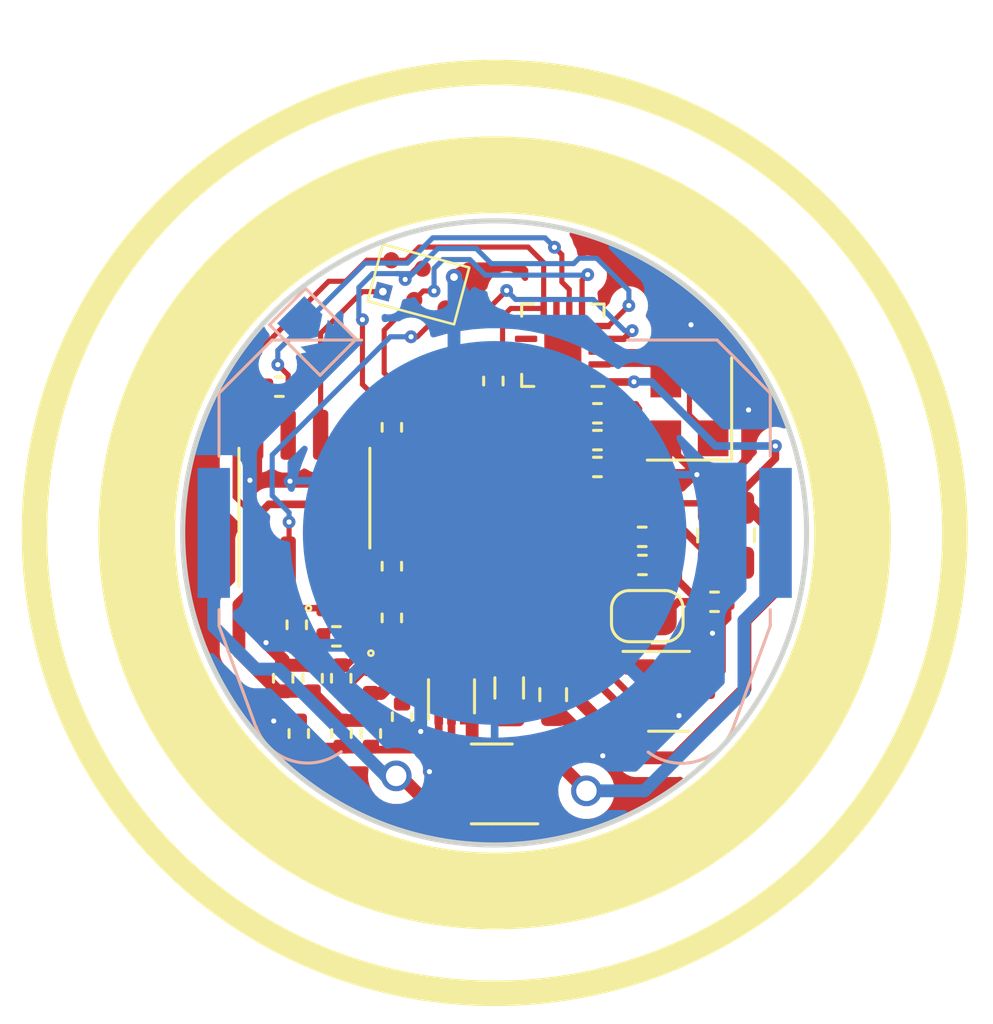
<source format=kicad_pcb>
(kicad_pcb (version 20240108) (generator "pcbnew") (generator_version "8.0")
  (layers (0 "F.Cu" signal) (31 "B.Cu" signal) (34 "B.Paste" user) (35 "F.Paste" user) (36 "B.SilkS" user "B.Silkscreen") (37 "F.SilkS" user "F.Silkscreen") (38 "B.Mask" user) (39 "F.Mask" user) (44 "Edge.Cuts" user))
  (net 0 "")
  (net 1 "Net-(BT1-+)")
  (net 2 "GND")
  (net 3 "Net-(BZ1-+)")
  (net 4 "+3V3")
  (net 5 "/~{TX_EN}")
  (net 6 "Net-(C7-Pad1)")
  (net 7 "Net-(U3-FB)")
  (net 8 "Net-(D1-K)")
  (net 9 "Net-(D1-A)")
  (net 10 "/MCU_UPDI")
  (net 11 "/MCU_SDA")
  (net 12 "/MCU_SCL")
  (net 13 "/MCU_DAC0")
  (net 14 "Net-(U3-SW)")
  (net 15 "Net-(Q1-D)")
  (net 16 "Net-(Q1-G)")
  (net 17 "Net-(U2-XA)")
  (net 18 "Net-(U2-XB)")
  (net 21 "Net-(D2-OUT)")
  (net 22 "Net-(D3-K)")
  (net 24 "/CLK3")
  (net 25 "/CLK3_T")
  (footprint "Inductor_SMD:L_1008_2520Metric" (layer "F.Cu") (at 84.67 104.01 90)
    (property "Reference" "L1" (hide yes))
    (property "Value" "220uH")
    (pad "1" smd roundrect (at -1.075002 0.000001 90) (size 1.25 2.2) (layers "F.Cu" "F.Paste" "F.Mask") (roundrect_rratio 0.2) (net 6 "Net-(C7-Pad1)"))
    (pad "2" smd roundrect (at 1.075002 -0.000001 90) (size 1.25 2.2) (layers "F.Cu" "F.Paste" "F.Mask") (roundrect_rratio 0.2) (net 4 "+3V3"))
  )
  (footprint "Library:Case_CR2032" (layer "F.Cu") (at 75.62 103.916925)
    (property "Reference" "U4" (hide yes))
    (property "Value" "~" (hide yes))
  )
  (footprint "Resistor_SMD:R_0402_1005Metric" (layer "F.Cu") (at 69.43 107.96)
    (property "Reference" "R6" (hide yes))
    (property "Value" "10")
    (pad "1" smd roundrect (at -0.51 -0.000001) (size 0.54 0.64) (layers "F.Cu" "F.Paste" "F.Mask") (net 9 "Net-(D1-A)"))
    (pad "2" smd roundrect (at 0.51 0.000001) (size 0.54 0.64) (layers "F.Cu" "F.Paste" "F.Mask") (net 16 "Net-(Q1-G)"))
  )
  (footprint "Resistor_SMD:R_0402_1005Metric" (layer "F.Cu") (at 71.6 107.24 -90)
    (property "Reference" "R7" (hide yes))
    (property "Value" "1M")
    (pad "1" smd roundrect (at -0.509998 -0.000002 270) (size 0.54 0.64) (layers "F.Cu" "F.Paste" "F.Mask") (net 16 "Net-(Q1-G)"))
    (pad "2" smd roundrect (at 0.509998 0.000002 270) (size 0.54 0.64) (layers "F.Cu" "F.Paste" "F.Mask") (net 2 "GND"))
  )
  (footprint "Resistor_SMD:R_0402_1005Metric" (layer "F.Cu") (at 71.6 99.79 90)
    (property "Reference" "R2" (hide yes))
    (property "Value" "1k8")
    (pad "1" smd roundrect (at -0.51 -0.000001 90) (size 0.54 0.64) (layers "F.Cu" "F.Paste" "F.Mask") (net 4 "+3V3"))
    (pad "2" smd roundrect (at 0.51 0.000001 90) (size 0.54 0.64) (layers "F.Cu" "F.Paste" "F.Mask") (net 12 "/MCU_SCL"))
  )
  (footprint "Resistor_SMD:R_0402_1005Metric" (layer "F.Cu") (at 67.349999 109.6 90)
    (property "Reference" "C1" (hide yes))
    (property "Value" "100nF")
    (pad "1" smd roundrect (at -0.51 0 90) (size 0.54 0.64) (layers "F.Cu" "F.Paste" "F.Mask") (net 4 "+3V3"))
    (pad "2" smd roundrect (at 0.51 0 90) (size 0.54 0.64) (layers "F.Cu" "F.Paste" "F.Mask") (net 2 "GND"))
  )
  (footprint "Package_TO_SOT_SMD:SOT-23-3" (layer "F.Cu") (at 82.44 110.11)
    (property "Reference" "Q1" (hide yes))
    (property "Value" "MMUN2238LT1G")
    (pad "1" smd roundrect (at -1.1375 -0.95) (size 1.325 0.6) (layers "F.Cu" "F.Paste" "F.Mask") (net 15 "Net-(Q1-D)"))
    (pad "2" smd roundrect (at -1.1375 0.95) (size 1.325 0.6) (layers "F.Cu" "F.Paste" "F.Mask") (net 2 "GND"))
    (pad "3" smd roundrect (at 1.1375 0) (size 1.325 0.6) (layers "F.Cu" "F.Paste" "F.Mask") (net 16 "Net-(Q1-G)"))
  )
  (footprint "Package_TO_SOT_SMD:SOT-563" (layer "F.Cu") (at 73.933476 110.305557 90)
    (property "Reference" "U3" (hide yes))
    (property "Value" "TLV62568DRL")
    (pad "1" smd rect (at -0.750001 -0.5 90) (size 0.7 0.34) (layers "F.Cu" "F.Paste" "F.Mask") (net 7 "Net-(U3-FB)"))
    (pad "2" smd rect (at -0.75 0 90) (size 0.7 0.34) (layers "F.Cu" "F.Paste" "F.Mask") (net 2 "GND"))
    (pad "3" smd rect (at -0.75 0.5 90) (size 0.7 0.34) (layers "F.Cu" "F.Paste" "F.Mask") (net 21 "Net-(D2-OUT)"))
    (pad "4" smd rect (at 0.750001 0.5 90) (size 0.7 0.34) (layers "F.Cu" "F.Paste" "F.Mask") (net 14 "Net-(U3-SW)"))
    (pad "5" smd rect (at 0.75 0 90) (size 0.7 0.34) (layers "F.Cu" "F.Paste" "F.Mask") (net 21 "Net-(D2-OUT)"))
    (pad "6" smd rect (at 0.75 -0.5 90) (size 0.7 0.34) (layers "F.Cu" "F.Paste" "F.Mask"))
  )
  (footprint "Resistor_SMD:R_0402_1005Metric" (layer "F.Cu") (at 75.57 97.98 -90)
    (property "Reference" "R3" (hide yes))
    (property "Value" "0R")
    (pad "1" smd roundrect (at -0.51 -0.000001 270) (size 0.54 0.64) (layers "F.Cu" "F.Paste" "F.Mask") (net 25 "/CLK3_T"))
    (pad "2" smd roundrect (at 0.51 0.000001 270) (size 0.54 0.64) (layers "F.Cu" "F.Paste" "F.Mask") (net 24 "/CLK3"))
  )
  (footprint "Jumper:SolderJumper-2_P1.3mm_Open_RoundedPad1.0x1.5mm" (layer "F.Cu") (at 81.59 107.17 180)
    (property "Reference" "BZ1" (hide yes))
    (property "Value" "Buzzer Pads")
    (pad "1" smd custom (at -0.65 0 180) (size 1 0.5) (layers "F.Cu" "F.Mask") (net 3 "Net-(BZ1-+)") (options (clearance outline) (anchor rect)) (primitives (gr_circle (center 0 0.25) (end 0.5 0.25) (width 0) (fill yes)) (gr_circle (center 0 -0.25) (end 0.5 -0.25) (width 0) (fill yes)) (gr_poly (pts (xy 0.5 0.75) (xy 0 0.75) (xy 0 -0.75) (xy 0.5 -0.75)) (width 0) (fill yes))))
    (pad "2" smd custom (at 0.65 0 180) (size 1 0.5) (layers "F.Cu" "F.Mask") (net 2 "GND") (options (clearance outline) (anchor rect)) (primitives (gr_circle (center 0 0.25) (end 0.5 0.25) (width 0) (fill yes)) (gr_circle (center 0 -0.25) (end 0.5 -0.25) (width 0) (fill yes)) (gr_poly (pts (xy 0 0.75) (xy -0.5 0.75) (xy -0.5 -0.75) (xy 0 -0.75)) (width 0) (fill yes))))
  )
  (footprint "Resistor_SMD:R_0402_1005Metric" (layer "F.Cu") (at 70.779999 111.76 -90)
    (property "Reference" "C8" (hide yes))
    (property "Value" "10pF")
    (pad "1" smd roundrect (at -0.509998 0.000002 270) (size 0.54 0.64) (layers "F.Cu" "F.Paste" "F.Mask") (net 4 "+3V3"))
    (pad "2" smd roundrect (at 0.509998 -0.000002 270) (size 0.54 0.64) (layers "F.Cu" "F.Paste" "F.Mask") (net 7 "Net-(U3-FB)"))
  )
  (footprint "Package_SO:SOIC-8_3.9x4.9mm_P1.27mm" (layer "F.Cu") (at 68.18 102.556925 90)
    (property "Reference" "U1" (hide yes))
    (property "Value" "ATtiny412-SS")
    (pad "1" smd roundrect (at -2.475 -1.905 90) (size 1.95 0.6) (layers "F.Cu" "F.Paste" "F.Mask") (net 4 "+3V3"))
    (pad "2" smd roundrect (at -2.475 -0.635 90) (size 1.95 0.6) (layers "F.Cu" "F.Paste" "F.Mask") (net 13 "/MCU_DAC0"))
    (pad "3" smd roundrect (at -2.475 0.635 90) (size 1.95 0.6) (layers "F.Cu" "F.Paste" "F.Mask") (net 9 "Net-(D1-A)"))
    (pad "4" smd roundrect (at -2.475 1.905 90) (size 1.95 0.6) (layers "F.Cu" "F.Paste" "F.Mask") (net 11 "/MCU_SDA"))
    (pad "5" smd roundrect (at 2.475 1.905 90) (size 1.95 0.6) (layers "F.Cu" "F.Paste" "F.Mask") (net 12 "/MCU_SCL"))
    (pad "6" smd roundrect (at 2.475 0.635 90) (size 1.95 0.6) (layers "F.Cu" "F.Paste" "F.Mask") (net 10 "/MCU_UPDI"))
    (pad "7" smd roundrect (at 2.475 -0.635 90) (size 1.95 0.6) (layers "F.Cu" "F.Paste" "F.Mask") (net 5 "/~{TX_EN}"))
    (pad "8" smd roundrect (at 2.475 -1.905 90) (size 1.95 0.6) (layers "F.Cu" "F.Paste" "F.Mask") (net 2 "GND"))
  )
  (footprint "Resistor_SMD:R_0402_1005Metric" (layer "F.Cu") (at 67.96 111.76 90)
    (property "Reference" "R10" (hide yes))
    (property "Value" "22k")
    (pad "1" smd roundrect (at -0.51 -0.000001 90) (size 0.54 0.64) (layers "F.Cu" "F.Paste" "F.Mask") (net 7 "Net-(U3-FB)"))
    (pad "2" smd roundrect (at 0.51 0.000001 90) (size 0.54 0.64) (layers "F.Cu" "F.Paste" "F.Mask") (net 2 "GND"))
  )
  (footprint "LED_SMD:LED_0402_1005Metric" (layer "F.Cu") (at 69.43 106.86)
    (property "Reference" "D1" (hide yes))
    (property "Value" "RED")
    (pad "1" smd roundrect (at -0.484998 0) (size 0.59 0.64) (layers "F.Cu" "F.Paste" "F.Mask") (net 8 "Net-(D1-K)"))
    (pad "2" smd roundrect (at 0.484998 0) (size 0.59 0.64) (layers "F.Cu" "F.Paste" "F.Mask") (net 9 "Net-(D1-A)"))
  )
  (footprint "Library:RF_Solder_Pad" (layer "F.Cu") (at 75.62 103.916925)
    (property "Reference" "J2" (hide yes))
    (property "Value" "Conn_Coaxial")
    (pad "1" smd circle (at 0 0) (size 4 4) (layers "F.Cu" "F.Paste" "F.Mask") (net 24 "/CLK3"))
  )
  (footprint "Resistor_SMD:R_0402_1005Metric" (layer "F.Cu") (at 67.2 98.199999)
    (property "Reference" "C6" (hide yes))
    (property "Value" "100nF")
    (pad "1" smd roundrect (at -0.51 -0.000001) (size 0.54 0.64) (layers "F.Cu" "F.Paste" "F.Mask") (net 2 "GND"))
    (pad "2" smd roundrect (at 0.51 0.000001) (size 0.54 0.64) (layers "F.Cu" "F.Paste" "F.Mask") (net 5 "/~{TX_EN}"))
  )
  (footprint "Resistor_SMD:R_0402_1005Metric" (layer "F.Cu") (at 71.6 105.22 -90)
    (property "Reference" "R1" (hide yes))
    (property "Value" "1k8")
    (pad "1" smd roundrect (at -0.51 0 270) (size 0.54 0.64) (layers "F.Cu" "F.Paste" "F.Mask") (net 4 "+3V3"))
    (pad "2" smd roundrect (at 0.51 0 270) (size 0.54 0.64) (layers "F.Cu" "F.Paste" "F.Mask") (net 11 "/MCU_SDA"))
  )
  (footprint "Resistor_SMD:R_0402_1005Metric" (layer "F.Cu") (at 69.619999 109.6 90)
    (property "Reference" "R11" (hide yes))
    (property "Value" "100")
    (pad "1" smd roundrect (at -0.51 -0.000001 90) (size 0.54 0.64) (layers "F.Cu" "F.Paste" "F.Mask") (net 22 "Net-(D3-K)"))
    (pad "2" smd roundrect (at 0.51 0.000001 90) (size 0.54 0.64) (layers "F.Cu" "F.Paste" "F.Mask") (net 2 "GND"))
  )
  (footprint "Resistor_SMD:R_0402_1005Metric" (layer "F.Cu") (at 79.639999 101.339996 180)
    (property "Reference" "C3" (hide yes))
    (property "Value" "100nF")
    (pad "1" smd roundrect (at -0.509998 -0.000002 180) (size 0.54 0.64) (layers "F.Cu" "F.Paste" "F.Mask") (net 4 "+3V3"))
    (pad "2" smd roundrect (at 0.509998 0.000002 180) (size 0.54 0.64) (layers "F.Cu" "F.Paste" "F.Mask") (net 2 "GND"))
  )
  (footprint "Library:Crystal_SMD_Kyocera_CX3225SB-4Pin_3.2x2.5mm" (layer "F.Cu") (at 83.24 99.069999 90)
    (property "Reference" "Y1" (hide yes))
    (property "Value" "25MHz")
    (pad "1" smd rect (at -1.15 0.925 90) (size 1.4 1.2) (layers "F.Cu" "F.Paste" "F.Mask") (net 18 "Net-(U2-XB)"))
    (pad "2" smd rect (at 1.149999 0.924999 90) (size 1.4 1.2) (layers "F.Cu" "F.Paste" "F.Mask") (net 2 "GND"))
    (pad "3" smd rect (at 1.15 -0.925 90) (size 1.4 1.2) (layers "F.Cu" "F.Paste" "F.Mask") (net 17 "Net-(U2-XA)"))
    (pad "4" smd rect (at -1.149999 -0.924999 90) (size 1.4 1.2) (layers "F.Cu" "F.Paste" "F.Mask") (net 2 "GND"))
  )
  (footprint "Resistor_SMD:R_0402_1005Metric" (layer "F.Cu") (at 81.390001 104.069998)
    (property "Reference" "C7" (hide yes))
    (property "Value" "100nF")
    (pad "1" smd roundrect (at -0.51 -0.000001) (size 0.54 0.64) (layers "F.Cu" "F.Paste" "F.Mask") (net 6 "Net-(C7-Pad1)"))
    (pad "2" smd roundrect (at 0.51 0.000001) (size 0.54 0.64) (layers "F.Cu" "F.Paste" "F.Mask") (net 3 "Net-(BZ1-+)"))
  )
  (footprint "Resistor_SMD:R_0402_1005Metric" (layer "F.Cu") (at 79.64 99.239996 180)
    (property "Reference" "C5" (hide yes))
    (property "Value" "10uF")
    (pad "1" smd roundrect (at -0.509998 -0.000002 180) (size 0.54 0.64) (layers "F.Cu" "F.Paste" "F.Mask") (net 4 "+3V3"))
    (pad "2" smd roundrect (at 0.509998 0.000002 180) (size 0.54 0.64) (layers "F.Cu" "F.Paste" "F.Mask") (net 2 "GND"))
  )
  (footprint "LED_SMD:LED_0402_1005Metric" (layer "F.Cu") (at 70.78 109.707497 -90)
    (property "Reference" "D3" (hide yes))
    (property "Value" "RED")
    (pad "1" smd roundrect (at -0.484998 0 270) (size 0.59 0.64) (layers "F.Cu" "F.Paste" "F.Mask") (net 22 "Net-(D3-K)"))
    (pad "2" smd roundrect (at 0.484998 0 270) (size 0.59 0.64) (layers "F.Cu" "F.Paste" "F.Mask") (net 4 "+3V3"))
  )
  (footprint "Package_DFN_QFN:QFN-16-1EP_3x3mm_P0.5mm_EP1.45x1.45mm" (layer "F.Cu") (at 78.287502 96.579998 180)
    (property "Reference" "U2" (hide yes))
    (property "Value" "Si5351B-B-GM1")
    (pad "1" smd roundrect (at -1.4375 -0.750002 180) (size 0.875 0.25) (layers "F.Cu" "F.Paste" "F.Mask") (net 17 "Net-(U2-XA)"))
    (pad "2" smd roundrect (at -1.4375 -0.249999 180) (size 0.875 0.25) (layers "F.Cu" "F.Paste" "F.Mask") (net 18 "Net-(U2-XB)"))
    (pad "3" smd roundrect (at -1.4375 0.249999 180) (size 0.875 0.25) (layers "F.Cu" "F.Paste" "F.Mask") (net 13 "/MCU_DAC0"))
    (pad "4" smd roundrect (at -1.437499 0.750001 180) (size 0.875 0.25) (layers "F.Cu" "F.Paste" "F.Mask") (net 12 "/MCU_SCL"))
    (pad "5" smd roundrect (at -0.750002 1.4375 180) (size 0.25 0.875) (layers "F.Cu" "F.Paste" "F.Mask") (net 11 "/MCU_SDA"))
    (pad "6" smd roundrect (at -0.249999 1.4375 180) (size 0.25 0.875) (layers "F.Cu" "F.Paste" "F.Mask") (net 5 "/~{TX_EN}"))
    (pad "7" smd roundrect (at 0.249999 1.4375 180) (size 0.25 0.875) (layers "F.Cu" "F.Paste" "F.Mask"))
    (pad "8" smd roundrect (at 0.750001 1.437499 180) (size 0.25 0.875) (layers "F.Cu" "F.Paste" "F.Mask") (net 4 "+3V3"))
    (pad "9" smd roundrect (at 1.4375 0.750002 180) (size 0.875 0.25) (layers "F.Cu" "F.Paste" "F.Mask") (net 4 "+3V3"))
    (pad "10" smd roundrect (at 1.4375 0.249999 180) (size 0.875 0.25) (layers "F.Cu" "F.Paste" "F.Mask"))
    (pad "11" smd roundrect (at 1.4375 -0.249999 180) (size 0.875 0.25) (layers "F.Cu" "F.Paste" "F.Mask") (net 4 "+3V3"))
    (pad "12" smd roundrect (at 1.437499 -0.750001 180) (size 0.875 0.25) (layers "F.Cu" "F.Paste" "F.Mask") (net 25 "/CLK3_T"))
    (pad "13" smd roundrect (at 0.750002 -1.4375 180) (size 0.25 0.875) (layers "F.Cu" "F.Paste" "F.Mask"))
    (pad "14" smd roundrect (at 0.249999 -1.4375 180) (size 0.25 0.875) (layers "F.Cu" "F.Paste" "F.Mask") (net 4 "+3V3"))
    (pad "15" smd roundrect (at -0.249999 -1.4375 180) (size 0.25 0.875) (layers "F.Cu" "F.Paste" "F.Mask") (net 2 "GND"))
    (pad "16" smd roundrect (at -0.750001 -1.437499 180) (size 0.25 0.875) (layers "F.Cu" "F.Paste" "F.Mask") (net 4 "+3V3"))
    (pad "17" smd rect (at 0 0 180) (size 1.45 1.45) (layers "F.Cu" "F.Mask"))
  )
  (footprint "Resistor_SMD:R_0402_1005Metric" (layer "F.Cu") (at 72 111.1 -90)
    (property "Reference" "C10" (hide yes))
    (property "Value" "10uF")
    (pad "1" smd roundrect (at -0.509999 0.000002 270) (size 0.54 0.64) (layers "F.Cu" "F.Paste" "F.Mask") (net 21 "Net-(D2-OUT)"))
    (pad "2" smd roundrect (at 0.509999 -0.000002 270) (size 0.54 0.64) (layers "F.Cu" "F.Paste" "F.Mask") (net 2 "GND"))
  )
  (footprint "Resistor_SMD:R_0402_1005Metric" (layer "F.Cu") (at 79.639998 100.29 180)
    (property "Reference" "C4" (hide yes))
    (property "Value" "100nF")
    (pad "1" smd roundrect (at -0.509998 -0.000002 180) (size 0.54 0.64) (layers "F.Cu" "F.Paste" "F.Mask") (net 4 "+3V3"))
    (pad "2" smd roundrect (at 0.509998 0.000002 180) (size 0.54 0.64) (layers "F.Cu" "F.Paste" "F.Mask") (net 2 "GND"))
  )
  (footprint "Resistor_SMD:R_0603_1608Metric" (layer "F.Cu") (at 77.91 110.24 -90)
    (property "Reference" "C9" (hide yes))
    (property "Value" "22uF")
    (pad "1" smd roundrect (at -0.825 0 270) (size 0.8 0.95) (layers "F.Cu" "F.Paste" "F.Mask") (net 4 "+3V3"))
    (pad "2" smd roundrect (at 0.825 0 270) (size 0.8 0.95) (layers "F.Cu" "F.Paste" "F.Mask") (net 2 "GND"))
  )
  (footprint "Resistor_SMD:R_0402_1005Metric" (layer "F.Cu") (at 81.399999 105.17 180)
    (property "Reference" "R5" (hide yes))
    (property "Value" "10")
    (pad "1" smd roundrect (at -0.51 -0.000001 180) (size 0.54 0.64) (layers "F.Cu" "F.Paste" "F.Mask") (net 15 "Net-(Q1-D)"))
    (pad "2" smd roundrect (at 0.51 0.000001 180) (size 0.54 0.64) (layers "F.Cu" "F.Paste" "F.Mask") (net 6 "Net-(C7-Pad1)"))
  )
  (footprint "Resistor_SMD:R_0402_1005Metric" (layer "F.Cu") (at 84.22 106.61)
    (property "Reference" "R4" (hide yes))
    (property "Value" "10k")
    (pad "1" smd roundrect (at -0.51 -0.000001) (size 0.54 0.64) (layers "F.Cu" "F.Paste" "F.Mask") (net 3 "Net-(BZ1-+)"))
    (pad "2" smd roundrect (at 0.51 0.000001) (size 0.54 0.64) (layers "F.Cu" "F.Paste" "F.Mask") (net 2 "GND"))
  )
  (footprint "Resistor_SMD:R_0402_1005Metric" (layer "F.Cu") (at 67.88 107.51 -90)
    (property "Reference" "R8" (hide yes))
    (property "Value" "100")
    (pad "1" smd roundrect (at -0.51 -0.000001 270) (size 0.54 0.64) (layers "F.Cu" "F.Paste" "F.Mask") (net 8 "Net-(D1-K)"))
    (pad "2" smd roundrect (at 0.51 0.000001 270) (size 0.54 0.64) (layers "F.Cu" "F.Paste" "F.Mask") (net 2 "GND"))
  )
  (footprint "Package_TO_SOT_SMD:SOT-23-3" (layer "F.Cu") (at 75.5075 113.73 180)
    (property "Reference" "D2" (hide yes))
    (property "Value" "LS0504EVT233")
    (pad "1" smd roundrect (at -1.1375 -0.95 180) (size 1.325 0.6) (layers "F.Cu" "F.Paste" "F.Mask") (net 2 "GND"))
    (pad "2" smd roundrect (at -1.1375 0.95 180) (size 1.325 0.6) (layers "F.Cu" "F.Paste" "F.Mask") (net 1 "Net-(BT1-+)"))
    (pad "3" smd roundrect (at 1.1375 0 180) (size 1.325 0.6) (layers "F.Cu" "F.Paste" "F.Mask") (net 21 "Net-(D2-OUT)"))
  )
  (footprint "Resistor_SMD:R_0402_1005Metric" (layer "F.Cu") (at 68.499999 109.6 90)
    (property "Reference" "C2" (hide yes))
    (property "Value" "10uF")
    (pad "1" smd roundrect (at -0.51 0 90) (size 0.54 0.64) (layers "F.Cu" "F.Paste" "F.Mask") (net 4 "+3V3"))
    (pad "2" smd roundrect (at 0.51 0 90) (size 0.54 0.64) (layers "F.Cu" "F.Paste" "F.Mask") (net 2 "GND"))
  )
  (footprint "Resistor_SMD:R_0402_1005Metric" (layer "F.Cu") (at 69.63 111.76 -90)
    (property "Reference" "R9" (hide yes))
    (property "Value" "120k")
    (pad "1" smd roundrect (at -0.509998 0.000002 270) (size 0.54 0.64) (layers "F.Cu" "F.Paste" "F.Mask") (net 4 "+3V3"))
    (pad "2" smd roundrect (at 0.509998 -0.000002 270) (size 0.54 0.64) (layers "F.Cu" "F.Paste" "F.Mask") (net 7 "Net-(U3-FB)"))
  )
  (footprint "Library:2x3_1.27mm_Pogo_Header" (layer "F.Cu") (at 72.64 94.2 75)
    (property "Reference" "J1" (hide yes))
    (property "Value" "1.27mm Pogo Pads")
    (pad "1" thru_hole rect (at -0.635 -1.27 345) (size 0.635 0.635) (drill 0.3) (layers "*.Cu" "*.Mask") (net 10 "/MCU_UPDI"))
    (pad "2" smd circle (at 0.635001 -1.27 345) (size 0.635 0.635) (layers "F.Cu" "F.Paste" "F.Mask") (net 4 "+3V3"))
    (pad "3" smd circle (at -0.635 0.000001 345) (size 0.635 0.635) (layers "F.Cu" "F.Paste" "F.Mask") (net 11 "/MCU_SDA"))
    (pad "4" smd circle (at 0.635 -0.000002 345) (size 0.635 0.635) (layers "F.Cu" "F.Paste" "F.Mask") (net 12 "/MCU_SCL"))
    (pad "5" smd circle (at -0.634999 1.270003 345) (size 0.635 0.635) (layers "F.Cu" "F.Paste" "F.Mask") (net 13 "/MCU_DAC0"))
    (pad "6" thru_hole circle (at 0.635 1.270001 345) (size 0.635 0.635) (drill 0.3) (layers "*.Cu" "*.Mask") (net 2 "GND"))
  )
  (footprint "Inductor_SMD:L_0805_2012Metric" (layer "F.Cu") (at 76.19 109.9775 90)
    (property "Reference" "L2" (hide yes))
    (property "Value" "4.7uH")
    (pad "1" smd roundrect (at -1.0625 0 90) (size 0.875 1.2) (layers "F.Cu" "F.Paste" "F.Mask") (net 14 "Net-(U3-SW)"))
    (pad "2" smd roundrect (at 1.0625 0 90) (size 0.875 1.2) (layers "F.Cu" "F.Paste" "F.Mask") (net 4 "+3V3"))
  )
  (footprint "Battery:BatteryHolder_Keystone_3034_1x20mm" (layer "B.Cu") (at 75.62 103.916925 180)
    (property "Reference" "BT1" (hide yes))
    (property "Value" "CR2032" (hide yes))
    (pad "1" smd rect (at -10.985 0 180) (size 1.27 5.08) (layers "B.Cu" "B.Paste" "B.Mask") (net 1 "Net-(BT1-+)"))
    (pad "1" smd rect (at 10.985 0 180) (size 1.27 5.08) (layers "B.Cu" "B.Paste" "B.Mask") (net 1 "Net-(BT1-+)"))
    (pad "2" smd circle (at 0 0 180) (size 15 15) (layers "B.Cu" "B.Mask") (net 2 "GND"))
  )
  (footprint "Jumper:SolderJumper-2_P1.3mm_Open_TrianglePad1.0x1.5mm" (layer "B.Cu") (at 68.51 96.06 -45)
    (property "Reference" "JP1" (hide yes))
    (property "Value" "Jumper_2_Open" (hide yes))
    (pad "1" smd custom (at -0.724999 0 315) (size 0.3 0.3) (layers "B.Cu" "B.Mask") (net 5 "/~{TX_EN}") (options (clearance outline) (anchor rect)) (primitives (gr_poly (pts (xy 1 0) (xy 0.5 -0.75) (xy -0.5 -0.75) (xy -0.5 0.75) (xy 0.5 0.75)) (width 0) (fill yes))))
    (pad "2" smd custom (at 0.724999 0 315) (size 0.3 0.3) (layers "B.Cu" "B.Mask") (net 2 "GND") (options (clearance outline) (anchor rect)) (primitives (gr_poly (pts (xy 0.5 -0.75) (xy -0.65 -0.75) (xy -0.15 0) (xy -0.65 0.75) (xy 0.5 0.75)) (width 0) (fill yes))))
  )
  (gr_circle (center 75.62 103.916925) (end 87.82 103.916925) (stroke (width 0.2)) (fill none) (layer "Edge.Cuts"))
  (segment (start 71.92529 113.41529) (end 73.110906 114.600906) (width 0.5) (layer "F.Cu") (net 1))
  (segment (start 75.539845 112.768878) (end 76.645 112.779999) (width 0.5) (layer "F.Cu") (net 1))
  (segment (start 77.99 112.78) (end 76.645 112.78) (width 0.5) (layer "F.Cu") (net 1))
  (segment (start 75.502745 114.600906) (end 75.502745 112.805978) (width 0.5) (layer "F.Cu") (net 1))
  (segment (start 73.110906 114.600906) (end 75.502745 114.600906) (width 0.5) (layer "F.Cu") (net 1))
  (segment (start 71.768561 113.41529) (end 71.92529 113.41529) (width 0.5) (layer "F.Cu") (net 1))
  (segment (start 79.21 114) (end 77.99 112.78) (width 0.5) (layer "F.Cu") (net 1))
  (segment (start 75.502745 112.805978) (end 75.539845 112.768878) (width 0.5) (layer "F.Cu") (net 1))
  (via (at 79.21 114) (size 1.2) (drill 0.8) (layers "F.Cu" "B.Cu") (net 1))
  (via (at 71.768561 113.41529) (size 1.2) (drill 0.8) (layers "F.Cu" "B.Cu") (net 1))
  (segment (start 85.37 110.11) (end 85.37 107.34) (width 0.5) (layer "B.Cu") (net 1))
  (segment (start 79.21 114) (end 81.48 114) (width 0.5) (layer "B.Cu") (net 1))
  (segment (start 66.29 109.24) (end 64.635 107.585) (width 0.5) (layer "B.Cu") (net 1))
  (segment (start 86.605 106.105) (end 86.605 103.916925) (width 0.5) (layer "B.Cu") (net 1))
  (segment (start 85.37 107.34) (end 86.605 106.105) (width 0.5) (layer "B.Cu") (net 1))
  (segment (start 71.35529 113.41529) (end 67.18 109.24) (width 0.5) (layer "B.Cu") (net 1))
  (segment (start 64.635 107.585) (end 64.635 103.916925) (width 0.5) (layer "B.Cu") (net 1))
  (segment (start 81.48 114) (end 85.37 110.11) (width 0.5) (layer "B.Cu") (net 1))
  (segment (start 67.18 109.24) (end 66.29 109.24) (width 0.5) (layer "B.Cu") (net 1))
  (segment (start 71.768561 113.41529) (end 71.35529 113.41529) (width 0.5) (layer "B.Cu") (net 1))
  (segment (start 78.285 111.065) (end 79.85 112.63) (width 0.5) (layer "F.Cu") (net 2))
  (segment (start 84.87 101.64) (end 85.55 100.96) (width 0.3) (layer "F.Cu") (net 2))
  (segment (start 83.53 101.64) (end 84.87 101.64) (width 0.3) (layer "F.Cu") (net 2))
  (segment (start 72.73 111.68) (end 72.659999 111.609999) (width 0.2) (layer "F.Cu") (net 2))
  (segment (start 84.73 107.25) (end 84.73 106.610001) (width 0.3) (layer "F.Cu") (net 2))
  (segment (start 74.88 94.3) (end 74.76 94.18) (width 0.5) (layer "F.Cu") (net 2))
  (segment (start 66.678357 108.206167) (end 66.864524 108.02) (width 0.25) (layer "F.Cu") (net 2))
  (segment (start 71.110002 107.829998) (end 69.85 109.09) (width 0.25) (layer "F.Cu") (net 2))
  (segment (start 66.69 98.199998) (end 66.275 98.614998) (width 0.3) (layer "F.Cu") (net 2))
  (segment (start 67.349999 108.877809) (end 67.349999 109.09) (width 0.5) (layer "F.Cu") (net 2))
  (segment (start 69.85 109.09) (end 69.62 109.09) (width 0.25) (layer "F.Cu") (net 2))
  (segment (start 80.94 107.88) (end 80.94 107.17) (width 0.3) (layer "F.Cu") (net 2))
  (segment (start 84.14 107.84) (end 83.55 108.43) (width 0.3) (layer "F.Cu") (net 2))
  (segment (start 85.32 97.92) (end 84.164999 97.92) (width 0.3) (layer "F.Cu") (net 2))
  (segment (start 77.91 111.065) (end 78.285 111.065) (width 0.5) (layer "F.Cu") (net 2))
  (segment (start 80.92 111.06) (end 78.01 108.15) (width 0.3) (layer "F.Cu") (net 2))
  (segment (start 83.3 95.78) (end 84.164999 96.644999) (width 0.3) (layer "F.Cu") (net 2))
  (segment (start 66.864524 108.02) (end 67.879999 108.02) (width 0.25) (layer "F.Cu") (net 2))
  (segment (start 78.537501 98.017498) (end 78.537501 98.647493) (width 0.2) (layer "F.Cu") (net 2))
  (segment (start 84.164999 96.644999) (end 84.164999 97.92) (width 0.3) (layer "F.Cu") (net 2))
  (segment (start 67.960001 111.25) (end 67 111.25) (width 0.3) (layer "F.Cu") (net 2))
  (segment (start 66.275 100.081925) (end 66.263075 100.07) (width 0.3) (layer "F.Cu") (net 2))
  (segment (start 66.275 101.635) (end 66.275 100.081925) (width 0.3) (layer "F.Cu") (net 2))
  (segment (start 84.14 107.84) (end 84.73 107.25) (width 0.3) (layer "F.Cu") (net 2))
  (segment (start 81.3025 111.06) (end 82.83 111.06) (width 0.3) (layer "F.Cu") (net 2))
  (segment (start 81.04 102.15) (end 80.52 102.15) (width 0.3) (layer "F.Cu") (net 2))
  (segment (start 77.59 107.74) (end 71.63 107.74) (width 0.5) (layer "F.Cu") (net 2))
  (segment (start 83.53 101.64) (end 83.46 101.64) (width 0.3) (layer "F.Cu") (net 2))
  (segment (start 85.55 100.96) (end 85.55 99.11) (width 0.3) (layer "F.Cu") (net 2))
  (segment (start 79.54 102.15) (end 79.130002 101.740002) (width 0.3) (layer "F.Cu") (net 2))
  (segment (start 74.66 94.18) (end 74.66 93.94) (width 0.5) (layer "F.Cu") (net 2))
  (segment (start 67 111.25) (end 66.98 111.27) (width 0.3) (layer "F.Cu") (net 2))
  (segment (start 81.3025 111.06) (end 80.92 111.06) (width 0.3) (layer "F.Cu") (net 2))
  (segment (start 85.55 99.11) (end 85.55 98.15) (width 0.3) (layer "F.Cu") (net 2))
  (segment (start 74.385338 93.915338) (end 74.5 94.03) (width 0.5) (layer "F.Cu") (net 2))
  (segment (start 74.23 94.3) (end 74.88 94.3) (width 0.5) (layer "F.Cu") (net 2))
  (segment (start 66.05 101.86) (end 66.275 101.635) (width 0.3) (layer "F.Cu") (net 2))
  (segment (start 67.349999 109.09) (end 69.62 109.09) (width 0.5) (layer "F.Cu") (net 2))
  (segment (start 80.99 102.15) (end 80.99 98.91) (width 0.3) (layer "F.Cu") (net 2))
  (segment (start 81.49 108.43) (end 80.94 107.88) (width 0.3) (layer "F.Cu") (net 2))
  (segment (start 73.933476 111.055557) (end 73.933476 112.796524) (width 0.3) (layer "F.Cu") (net 2))
  (segment (start 66.275 98.614998) (end 66.275 100.081925) (width 0.3) (layer "F.Cu") (net 2))
  (segment (start 72.659999 111.609999) (end 72.000002 111.609999) (width 0.2) (layer "F.Cu") (net 2))
  (segment (start 66.678357 108.206167) (end 67.349999 108.877809) (width 0.5) (layer "F.Cu") (net 2))
  (segment (start 74.031077 94.101077) (end 74.23 94.3) (width 0.5) (layer "F.Cu") (net 2))
  (segment (start 83.55 108.43) (end 81.49 108.43) (width 0.3) (layer "F.Cu") (net 2))
  (segment (start 66.05 101.86) (end 66.085402 101.895402) (width 0.3) (layer "F.Cu") (net 2))
  (segment (start 85.55 98.15) (end 85.32 97.92) (width 0.3) (layer "F.Cu") (net 2))
  (segment (start 82.315001 100.425001) (end 82.315001 100.219998) (width 0.3) (layer "F.Cu") (net 2))
  (segment (start 80.52 102.15) (end 79.54 102.15) (width 0.3) (layer "F.Cu") (net 2))
  (segment (start 73.41 112.91) (end 73.07 113.25) (width 0.3) (layer "F.Cu") (net 2))
  (segment (start 66.085402 101.895402) (end 67.61575 101.895402) (width 0.3) (layer "F.Cu") (net 2))
  (segment (start 79.130002 101.740002) (end 79.130002 99.239994) (width 0.3) (layer "F.Cu") (net 2))
  (segment (start 83.46 101.64) (end 82.95 102.15) (width 0.3) (layer "F.Cu") (net 2))
  (segment (start 78.537501 98.647493) (end 79.130002 99.239994) (width 0.2) (layer "F.Cu") (net 2))
  (segment (start 74.031077 93.915338) (end 74.031077 94.101077) (width 0.5) (layer "F.Cu") (net 2))
  (segment (start 78.01 108.16) (end 77.59 107.74) (width 0.5) (layer "F.Cu") (net 2))
  (segment (start 74.76 94.18) (end 74.66 94.18) (width 0.5) (layer "F.Cu") (net 2))
  (segment (start 73.82 112.91) (end 73.41 112.91) (width 0.3) (layer "F.Cu") (net 2))
  (segment (start 71.599998 107.829998) (end 71.110002 107.829998) (width 0.25) (layer "F.Cu") (net 2))
  (segment (start 83.53 101.64) (end 82.315001 100.425001) (width 0.3) (layer "F.Cu") (net 2))
  (segment (start 82.95 102.15) (end 81.04 102.15) (width 0.3) (layer "F.Cu") (net 2))
  (segment (start 74.031077 93.915338) (end 74.385338 93.915338) (width 0.5) (layer "F.Cu") (net 2))
  (segment (start 73.933476 112.796524) (end 73.82 112.91) (width 0.3) (layer "F.Cu") (net 2))
  (via (at 67.61575 101.895402) (size 0.5) (drill 0.2) (layers "F.Cu" "B.Cu") (net 2))
  (via (at 83.53 101.64) (size 0.5) (drill 0.2) (layers "F.Cu" "B.Cu") (net 2))
  (via (at 66.678357 108.206167) (size 0.5) (drill 0.2) (layers "F.Cu" "B.Cu") (net 2))
  (via (at 73.07 113.25) (size 0.5) (drill 0.2) (layers "F.Cu" "B.Cu") (net 2))
  (via (at 79.85 112.63) (size 0.5) (drill 0.2) (layers "F.Cu" "B.Cu") (net 2))
  (via (at 66.05 101.86) (size 0.5) (drill 0.2) (layers "F.Cu" "B.Cu") (net 2))
  (via (at 72.73 111.68) (size 0.5) (drill 0.2) (layers "F.Cu" "B.Cu") (net 2))
  (via (at 66.98 111.27) (size 0.5) (drill 0.2) (layers "F.Cu" "B.Cu") (net 2))
  (via (at 85.55 99.11) (size 0.5) (drill 0.2) (layers "F.Cu" "B.Cu") (net 2))
  (via (at 83.3 95.78) (size 0.5) (drill 0.2) (layers "F.Cu" "B.Cu") (net 2))
  (via (at 84.14 107.84) (size 0.5) (drill 0.2) (layers "F.Cu" "B.Cu") (net 2))
  (via (at 82.83 111.06) (size 0.5) (drill 0.2) (layers "F.Cu" "B.Cu") (net 2))
  (segment (start 72.73 112.49) (end 73.07 112.83) (width 0.5) (layer "B.Cu") (net 2))
  (segment (start 77.896925 101.64) (end 75.62 103.916925) (width 0.3) (layer "B.Cu") (net 2))
  (segment (start 82.83 109.15) (end 84.14 107.84) (width 0.3) (layer "B.Cu") (net 2))
  (segment (start 83.53 101.64) (end 77.896925 101.64) (width 0.3) (layer "B.Cu") (net 2))
  (segment (start 67.61575 101.895402) (end 67.631152 101.88) (width 0.3) (layer "B.Cu") (net 2))
  (segment (start 72.73 106.806925) (end 75.62 103.916925) (width 0.5) (layer "B.Cu") (net 2))
  (segment (start 82.83 111.06) (end 82.83 109.15) (width 0.3) (layer "B.Cu") (net 2))
  (segment (start 82.83 111.06) (end 82.763075 111.06) (width 0.3) (layer "B.Cu") (net 2))
  (segment (start 74.031077 93.915338) (end 74.031077 102.328002) (width 0.5) (layer "B.Cu") (net 2))
  (segment (start 66.05 101.86) (end 66.05 99.545304) (width 0.2) (layer "B.Cu") (net 2))
  (segment (start 75.62 103.916925) (end 75.62 112.07) (width 0.3) (layer "B.Cu") (net 2))
  (segment (start 82.763075 111.06) (end 75.62 103.916925) (width 0.3) (layer "B.Cu") (net 2))
  (segment (start 67.631152 101.88) (end 73.583075 101.88) (width 0.3) (layer "B.Cu") (net 2))
  (segment (start 73.07 112.83) (end 73.07 113.25) (width 0.5) (layer "B.Cu") (net 2))
  (segment (start 71.226925 108.31) (end 75.62 103.916925) (width 0.5) (layer "B.Cu") (net 2))
  (segment (start 72.73 111.68) (end 72.73 112.49) (width 0.5) (layer "B.Cu") (net 2))
  (segment (start 72.73 111.68) (end 72.73 106.806925) (width 0.5) (layer "B.Cu") (net 2))
  (segment (start 66.05 99.545304) (end 69.022652 96.572652) (width 0.2) (layer "B.Cu") (net 2))
  (segment (start 74.031077 102.328002) (end 75.62 103.916925) (width 0.3) (layer "B.Cu") (net 2))
  (segment (start 66.678357 108.206167) (end 66.78219 108.31) (width 0.5) (layer "B.Cu") (net 2))
  (segment (start 66.78219 108.31) (end 71.226925 108.31) (width 0.5) (layer "B.Cu") (net 2))
  (segment (start 73.583075 101.88) (end 75.62 103.916925) (width 0.3) (layer "B.Cu") (net 2))
  (segment (start 83.619997 106.609999) (end 82.799999 105.790001) (width 0.3) (layer "F.Cu") (net 3))
  (segment (start 82.520002 104.069997) (end 81.900001 104.069997) (width 0.3) (layer "F.Cu") (net 3))
  (segment (start 83.71 106.609999) (end 82.800001 106.609999) (width 0.3) (layer "F.Cu") (net 3))
  (segment (start 82.799999 105.790001) (end 82.799999 104.349998) (width 0.3) (layer "F.Cu") (net 3))
  (segment (start 83.71 106.609999) (end 83.619997 106.609999) (width 0.3) (layer "F.Cu") (net 3))
  (segment (start 82.799999 104.349998) (end 82.520002 104.069997) (width 0.3) (layer "F.Cu") (net 3))
  (segment (start 82.800001 106.609999) (end 82.24 107.17) (width 0.3) (layer "F.Cu") (net 3))
  (segment (start 70.78 110.192495) (end 71.177505 110.192495) (width 0.5) (layer "F.Cu") (net 4))
  (segment (start 66.275 103.315) (end 65.47 102.51) (width 0.2) (layer "F.Cu") (net 4))
  (segment (start 86.51 106.25) (end 85.41 107.35) (width 0.5) (layer "F.Cu") (net 4))
  (segment (start 69.13 94.08) (end 69.8 94.08) (width 0.2) (layer "F.Cu") (net 4))
  (segment (start 70.16 111.250002) (end 70.17 111.240002) (width 0.3) (layer "F.Cu") (net 4))
  (segment (start 83.78 102.76) (end 83.91 102.89) (width 0.25) (layer "F.Cu") (net 4))
  (segment (start 79.037503 98.017497) (end 80.149998 99.129992) (width 0.2) (layer "F.Cu") (net 4))
  (segment (start 79.24 102.76) (end 83.78 102.76) (width 0.25) (layer "F.Cu") (net 4))
  (segment (start 71.599999 104.799999) (end 71.6 104.8) (width 0.3) (layer "F.Cu") (net 4))
  (segment (start 65.47 102.51) (end 65.47 98.55) (width 0.2) (layer "F.Cu") (net 4))
  (segment (start 66.79 102.8) (end 71.389999 102.8) (width 0.3) (layer "F.Cu") (net 4))
  (segment (start 75.93 95.81) (end 75.93 96.61) (width 0.2) (layer "F.Cu") (net 4))
  (segment (start 77.537501 95.142499) (end 76.247501 95.142499) (width 0.2) (layer "F.Cu") (net 4))
  (segment (start 70.779997 111.250002) (end 70.779997 110.192498) (width 0.5) (layer "F.Cu") (net 4))
  (segment (start 71.389999 102.8) (end 71.599999 102.59) (width 0.3) (layer "F.Cu") (net 4))
  (segment (start 77.91 109.46) (end 77.91 109.415) (width 0.5) (layer "F.Cu") (net 4))
  (segment (start 66.275 105.031925) (end 66.275 106.075) (width 0.5) (layer "F.Cu") (net 4))
  (segment (start 68.499999 110.189999) (end 69.560002 111.250002) (width 0.5) (layer "F.Cu") (net 4))
  (segment (start 72.64 108.73) (end 76.005 108.73) (width 0.5) (layer "F.Cu") (net 4))
  (segment (start 76.850002 95.829996) (end 75.949996 95.829996) (width 0.2) (layer "F.Cu") (net 4))
  (segment (start 85.614998 102.934998) (end 86.51 103.83) (width 0.5) (layer "F.Cu") (net 4))
  (segment (start 65.62 108.58) (end 67.15 110.11) (width 0.5) (layer "F.Cu") (net 4))
  (segment (start 71.177505 110.192495) (end 72.64 108.73) (width 0.5) (layer "F.Cu") (net 4))
  (segment (start 85.41 107.35) (end 85.41 110.01) (width 0.5) (layer "F.Cu") (net 4))
  (segment (start 82.71 112.71) (end 81.16 112.71) (width 0.5) (layer "F.Cu") (net 4))
  (segment (start 85.41 110.01) (end 82.71 112.71) (width 0.5) (layer "F.Cu") (net 4))
  (segment (start 66.275 105.031925) (end 66.275 103.315) (width 0.3) (layer "F.Cu") (net 4))
  (segment (start 75.949996 95.829996) (end 75.93 95.81) (width 0.2) (layer "F.Cu") (net 4))
  (segment (start 68.499999 110.11) (end 68.499999 110.189999) (width 0.5) (layer "F.Cu") (net 4))
  (segment (start 79.037503 98.017497) (end 81.062503 98.017497) (width 0.3) (layer "F.Cu") (net 4))
  (segment (start 84.669999 102.934998) (end 85.614998 102.934998) (width 0.5) (layer "F.Cu") (net 4))
  (segment (start 72.672377 92.742377) (end 76.929878 92.742377) (width 0.2) (layer "F.Cu") (net 4))
  (segment (start 77.91 109.415) (end 76.69 109.415) (width 0.5) (layer "F.Cu") (net 4))
  (segment (start 71.599999 102.59) (end 71.599999 104.799999) (width 0.3) (layer "F.Cu") (net 4))
  (segment (start 80.149998 99.129992) (end 80.149998 99.239998) (width 0.2) (layer "F.Cu") (net 4))
  (segment (start 76.005 108.73) (end 76.19 108.915) (width 0.5) (layer "F.Cu") (net 4))
  (segment (start 70.779997 111.250002) (end 70.16 111.250002) (width 0.3) (layer "F.Cu") (net 4))
  (segment (start 86.51 103.83) (end 86.51 106.25) (width 0.5) (layer "F.Cu") (net 4))
  (segment (start 81.16 112.71) (end 77.91 109.46) (width 0.5) (layer "F.Cu") (net 4))
  (segment (start 66.01 97.2) (end 69.13 94.08) (width 0.2) (layer "F.Cu") (net 4))
  (segment (start 65.47 98.55) (end 66.01 98.01) (width 0.2) (layer "F.Cu") (net 4))
  (segment (start 70.16 111.250002) (end 69.629998 111.250002) (width 0.3) (layer "F.Cu") (net 4))
  (segment (start 69.8 94.08) (end 70.622064 93.257936) (width 0.2) (layer "F.Cu") (net 4))
  (segment (start 67.15 110.11) (end 67.349999 110.11) (width 0.5) (layer "F.Cu") (net 4))
  (segment (start 81.062503 98.017497) (end 81.07 98.01) (width 0.3) (layer "F.Cu") (net 4))
  (segment (start 66.275 106.075) (end 65.62 106.73) (width 0.5) (layer "F.Cu") (net 4))
  (segment (start 71.599999 100.3) (end 71.599999 102.59) (width 0.3) (layer "F.Cu") (net 4))
  (segment (start 66.275 103.315) (end 66.79 102.8) (width 0.3) (layer "F.Cu") (net 4))
  (segment (start 66.01 98.01) (end 66.01 97.2) (width 0.2) (layer "F.Cu") (net 4))
  (segment (start 67.349999 110.11) (end 68.499999 110.11) (width 0.5) (layer "F.Cu") (net 4))
  (segment (start 70.622064 93.257936) (end 71.577625 93.257936) (width 0.2) (layer "F.Cu") (net 4))
  (segment (start 76.69 109.415) (end 76.19 108.915) (width 0.5) (layer "F.Cu") (net 4))
  (segment (start 70.779997 111.250002) (end 69.629998 111.250002) (width 0.5) (layer "F.Cu") (net 4))
  (segment (start 78.037503 98.017498) (end 78.037503 101.557503) (width 0.25) (layer "F.Cu") (net 4))
  (segment (start 76.247501 95.142499) (end 75.93 95.46) (width 0.2) (layer "F.Cu") (net 4))
  (segment (start 80.149998 99.240001) (end 80.149997 101.339998) (width 0.2) (layer "F.Cu") (net 4))
  (segment (start 86.6 101.004997) (end 84.669999 102.934998) (width 0.3) (layer "F.Cu") (net 4))
  (segment (start 72.156817 93.257936) (end 72.672377 92.742377) (width 0.2) (layer "F.Cu") (net 4))
  (segment (start 69.560002 111.250002) (end 69.629998 111.250002) (width 0.5) (layer "F.Cu") (net 4))
  (segment (start 71.577625 93.257936) (end 72.156817 93.257936) (width 0.2) (layer "F.Cu") (net 4))
  (segment (start 65.62 106.73) (end 65.62 108.58) (width 0.5) (layer "F.Cu") (net 4))
  (segment (start 70.779997 110.192498) (end 70.78 110.192495) (width 0.5) (layer "F.Cu") (net 4))
  (segment (start 75.93 96.61) (end 76.149997 96.829997) (width 0.2) (layer "F.Cu") (net 4))
  (segment (start 77.537501 93.35) (end 77.537501 95.142499) (width 0.2) (layer "F.Cu") (net 4))
  (segment (start 78.037503 101.557503) (end 79.24 102.76) (width 0.25) (layer "F.Cu") (net 4))
  (segment (start 75.93 95.46) (end 75.93 95.81) (width 0.2) (layer "F.Cu") (net 4))
  (segment (start 86.6 100.52) (end 86.6 101.004997) (width 0.3) (layer "F.Cu") (net 4))
  (segment (start 76.929878 92.742377) (end 77.537501 93.35) (width 0.2) (layer "F.Cu") (net 4))
  (segment (start 76.149997 96.829997) (end 76.850002 96.829997) (width 0.2) (layer "F.Cu") (net 4))
  (via (at 81.07 98.01) (size 0.5) (drill 0.2) (layers "F.Cu" "B.Cu") (net 4))
  (via (at 86.6 100.52) (size 0.5) (drill 0.2) (layers "F.Cu" "B.Cu") (net 4))
  (segment (start 86.6 100.52) (end 84.26 100.52) (width 0.3) (layer "B.Cu") (net 4))
  (segment (start 84.26 100.52) (end 81.75 98.01) (width 0.3) (layer "B.Cu") (net 4))
  (segment (start 81.75 98.01) (end 81.07 98.01) (width 0.3) (layer "B.Cu") (net 4))
  (segment (start 67.14 97.34) (end 67.545 97.745) (width 0.2) (layer "F.Cu") (net 5))
  (segment (start 78.25 93.04) (end 78.25 94.11) (width 0.2) (layer "F.Cu") (net 5))
  (segment (start 78.25 94.11) (end 78.537501 94.397501) (width 0.2) (layer "F.Cu") (net 5))
  (segment (start 78.537501 94.397501) (end 78.537501 95.142498) (width 0.2) (layer "F.Cu") (net 5))
  (segment (start 77.96 92.75) (end 78.25 93.04) (width 0.2) (layer "F.Cu") (net 5))
  (segment (start 67.545 97.745) (end 67.545 100.081925) (width 0.2) (layer "F.Cu") (net 5))
  (segment (start 67.545 100.081925) (end 67.545 99.515) (width 0.25) (layer "F.Cu") (net 5))
  (via (at 77.96 92.75) (size 0.5) (drill 0.2) (layers "F.Cu" "B.Cu") (net 5))
  (via (at 67.14 97.34) (size 0.5) (drill 0.2) (layers "F.Cu" "B.Cu") (net 5))
  (segment (start 73.2 92.38) (end 72.21 93.37) (width 0.2) (layer "B.Cu") (net 5))
  (segment (start 70.55 93.37) (end 67.14 96.78) (width 0.2) (layer "B.Cu") (net 5))
  (segment (start 67.14 96.78) (end 67.14 97.34) (width 0.2) (layer "B.Cu") (net 5))
  (segment (start 77.96 92.75) (end 77.59 92.38) (width 0.2) (layer "B.Cu") (net 5))
  (segment (start 72.21 93.37) (end 70.55 93.37) (width 0.2) (layer "B.Cu") (net 5))
  (segment (start 77.59 92.38) (end 73.2 92.38) (width 0.2) (layer "B.Cu") (net 5))
  (segment (start 80.880001 105.160001) (end 80.889999 105.169999) (width 0.3) (layer "F.Cu") (net 6))
  (segment (start 84.285002 105.085002) (end 82.48 103.28) (width 0.3) (layer "F.Cu") (net 6))
  (segment (start 80.880001 104.069997) (end 80.880001 105.160001) (width 0.3) (layer "F.Cu") (net 6))
  (segment (start 80.880001 103.729999) (end 81.33 103.28) (width 0.3) (layer "F.Cu") (net 6))
  (segment (start 82.48 103.28) (end 81.97 103.28) (width 0.3) (layer "F.Cu") (net 6))
  (segment (start 80.880001 104.069997) (end 80.880001 103.729999) (width 0.3) (layer "F.Cu") (net 6))
  (segment (start 81.33 103.28) (end 81.97 103.28) (width 0.3) (layer "F.Cu") (net 6))
  (segment (start 69.63 112.27) (end 69.630002 112.269998) (width 0.3) (layer "F.Cu") (net 7))
  (segment (start 73.433476 111.055558) (end 73.413476 111.055558) (width 0.3) (layer "F.Cu") (net 7))
  (segment (start 69.630002 112.269998) (end 69.750004 112.39) (width 0.3) (layer "F.Cu") (net 7))
  (segment (start 67.959999 112.27) (end 69.63 112.27) (width 0.3) (layer "F.Cu") (net 7))
  (segment (start 69.750004 112.39) (end 72.99 112.39) (width 0.3) (layer "F.Cu") (net 7))
  (segment (start 72.99 112.39) (end 73.433476 111.946524) (width 0.3) (layer "F.Cu") (net 7))
  (segment (start 73.433476 111.946524) (end 73.433476 111.055558) (width 0.3) (layer "F.Cu") (net 7))
  (segment (start 68.945002 106.86) (end 68.020001 106.86) (width 0.25) (layer "F.Cu") (net 8))
  (segment (start 68.020001 106.86) (end 67.880001 107) (width 0.25) (layer "F.Cu") (net 8))
  (segment (start 68.92 107.959999) (end 68.920001 107.959999) (width 0.25) (layer "F.Cu") (net 9))
  (segment (start 68.920001 107.959999) (end 69.914998 106.965002) (width 0.25) (layer "F.Cu") (net 9))
  (segment (start 68.815 105.031925) (end 68.815 105.585) (width 0.25) (layer "F.Cu") (net 9))
  (segment (start 69.914998 106.965002) (end 69.914998 106.86) (width 0.25) (layer "F.Cu") (net 9))
  (segment (start 69.914998 106.684998) (end 69.914998 106.86) (width 0.25) (layer "F.Cu") (net 9))
  (segment (start 68.815 105.585) (end 69.914998 106.684998) (width 0.25) (layer "F.Cu") (net 9))
  (segment (start 68.815 96.115) (end 70.445337 94.484663) (width 0.2) (layer "F.Cu") (net 10))
  (segment (start 70.445337 94.484663) (end 71.248924 94.484663) (width 0.2) (layer "F.Cu") (net 10))
  (segment (start 68.815 100.081925) (end 68.815 99.485) (width 0.25) (layer "F.Cu") (net 10))
  (segment (start 68.815 100.081925) (end 68.815 96.115) (width 0.2) (layer "F.Cu") (net 10))
  (segment (start 72.475651 105.204349) (end 71.86 105.82) (width 0.2) (layer "F.Cu") (net 11))
  (segment (start 73.25 94.46) (end 72.829014 94.46) (width 0.2) (layer "F.Cu") (net 11))
  (segment (start 79.26 93.82) (end 79.04 94.04) (width 0.2) (layer "F.Cu") (net 11))
  (segment (start 70.873075 105.82) (end 70.085 105.031925) (width 0.25) (layer "F.Cu") (net 11))
  (segment (start 79.04 95.140002) (end 79.037504 95.142498) (width 0.2) (layer "F.Cu") (net 11))
  (segment (start 72.475651 98.835651) (end 72.475651 105.204349) (width 0.2) (layer "F.Cu") (net 11))
  (segment (start 71.3 97.66) (end 72.475651 98.835651) (width 0.2) (layer "F.Cu") (net 11))
  (segment (start 72.829014 94.46) (end 72.475651 94.813363) (width 0.2) (layer "F.Cu") (net 11))
  (segment (start 71.6 105.82) (end 70.873075 105.82) (width 0.25) (layer "F.Cu") (net 11))
  (segment (start 71.3 95.989014) (end 71.3 97.66) (width 0.2) (layer "F.Cu") (net 11))
  (segment (start 72.475651 94.813363) (end 71.3 95.989014) (width 0.2) (layer "F.Cu") (net 11))
  (segment (start 71.86 105.82) (end 71.6 105.82) (width 0.2) (layer "F.Cu") (net 11))
  (segment (start 79.04 94.04) (end 79.04 95.140002) (width 0.2) (layer "F.Cu") (net 11))
  (via (at 79.26 93.82) (size 0.5) (drill 0.2) (layers "F.Cu" "B.Cu") (net 11))
  (via (at 73.25 94.46) (size 0.5) (drill 0.2) (layers "F.Cu" "B.Cu") (net 11))
  (segment (start 75.26 93.84) (end 74.65 93.23) (width 0.2) (layer "B.Cu") (net 11))
  (segment (start 79.24 93.84) (end 75.26 93.84) (width 0.2) (layer "B.Cu") (net 11))
  (segment (start 73.25 93.58) (end 73.25 94.46) (width 0.2) (layer "B.Cu") (net 11))
  (segment (start 79.26 93.82) (end 79.24 93.84) (width 0.2) (layer "B.Cu") (net 11))
  (segment (start 74.65 93.23) (end 73.6 93.23) (width 0.2) (layer "B.Cu") (net 11))
  (segment (start 73.6 93.23) (end 73.25 93.58) (width 0.2) (layer "B.Cu") (net 11))
  (segment (start 70.886925 99.28) (end 71.600001 99.28) (width 0.2) (layer "F.Cu") (net 12))
  (segment (start 72.804348 93.586637) (end 72.543363 93.586637) (width 0.2) (layer "F.Cu") (net 12))
  (segment (start 70.085 100.081925) (end 70.886925 99.28) (width 0.2) (layer "F.Cu") (net 12))
  (segment (start 71.600001 99.260001) (end 71.600001 99.28) (width 0.2) (layer "F.Cu") (net 12))
  (segment (start 80.070003 95.829997) (end 79.725001 95.829997) (width 0.2) (layer "F.Cu") (net 12))
  (segment (start 72.543363 93.586637) (end 72.12 94.01) (width 0.2) (layer "F.Cu") (net 12))
  (segment (start 70.085 99.575) (end 70.085 100.081925) (width 0.25) (layer "F.Cu") (net 12))
  (segment (start 70.45 95.58) (end 70.45 98.11) (width 0.2) (layer "F.Cu") (net 12))
  (segment (start 80.87 95.03) (end 80.070003 95.829997) (width 0.2) (layer "F.Cu") (net 12))
  (segment (start 70.45 98.11) (end 71.600001 99.260001) (width 0.2) (layer "F.Cu") (net 12))
  (via (at 70.45 95.58) (size 0.5) (drill 0.2) (layers "F.Cu" "B.Cu") (net 12))
  (via (at 72.12 94.01) (size 0.5) (drill 0.2) (layers "F.Cu" "B.Cu") (net 12))
  (via (at 80.87 95.03) (size 0.5) (drill 0.2) (layers "F.Cu" "B.Cu") (net 12))
  (segment (start 70.45 95.58) (end 70.31 95.44) (width 0.2) (layer "B.Cu") (net 12))
  (segment (start 70.85 93.78) (end 71.77 93.78) (width 0.2) (layer "B.Cu") (net 12))
  (segment (start 74.9 92.8) (end 75.49 93.39) (width 0.2) (layer "B.Cu") (net 12))
  (segment (start 70.31 95.44) (end 70.31 94.32) (width 0.2) (layer "B.Cu") (net 12))
  (segment (start 72.42 93.78) (end 73.4 92.8) (width 0.2) (layer "B.Cu") (net 12))
  (segment (start 73.4 92.8) (end 74.9 92.8) (width 0.2) (layer "B.Cu") (net 12))
  (segment (start 78.71 93.39) (end 78.92 93.18) (width 0.2) (layer "B.Cu") (net 12))
  (segment (start 72.19 94.01) (end 72.42 93.78) (width 0.2) (layer "B.Cu") (net 12))
  (segment (start 75.49 93.39) (end 78.71 93.39) (width 0.2) (layer "B.Cu") (net 12))
  (segment (start 72.12 94.01) (end 71.89 93.78) (width 0.2) (layer "B.Cu") (net 12))
  (segment (start 70.31 94.32) (end 70.85 93.78) (width 0.2) (layer "B.Cu") (net 12))
  (segment (start 78.92 93.18) (end 79.61 93.18) (width 0.2) (layer "B.Cu") (net 12))
  (segment (start 79.61 93.18) (end 80.87 94.44) (width 0.2) (layer "B.Cu") (net 12))
  (segment (start 71.77 93.78) (end 72.42 93.78) (width 0.2) (layer "B.Cu") (net 12))
  (segment (start 80.87 94.44) (end 80.87 95.03) (width 0.2) (layer "B.Cu") (net 12))
  (segment (start 71.89 93.78) (end 71.77 93.78) (width 0.2) (layer "B.Cu") (net 12))
  (segment (start 72.12 94.01) (end 72.19 94.01) (width 0.2) (layer "B.Cu") (net 12))
  (segment (start 80.680001 96.329999) (end 79.725002 96.329999) (width 0.25) (layer "F.Cu") (net 13))
  (segment (start 72.35 96.25) (end 72.594442 96.25) (width 0.2) (layer "F.Cu") (net 13))
  (segment (start 72.594442 96.25) (end 73.702379 95.142063) (width 0.2) (layer "F.Cu") (net 13))
  (segment (start 75.387937 95.142063) (end 73.702379 95.142063) (width 0.2) (layer "F.Cu") (net 13))
  (segment (start 81 96.01) (end 80.680001 96.329999) (width 0.25) (layer "F.Cu") (net 13))
  (segment (start 76.09 94.44) (end 75.387937 95.142063) (width 0.2) (layer "F.Cu") (net 13))
  (segment (start 67.58 104.996925) (end 67.545 105.031925) (width 0.2) (layer "F.Cu") (net 13))
  (segment (start 67.58 103.49) (end 67.58 104.996925) (width 0.2) (layer "F.Cu") (net 13))
  (via (at 67.58 103.49) (size 0.5) (drill 0.2) (layers "F.Cu" "B.Cu") (net 13))
  (via (at 76.09 94.44) (size 0.5) (drill 0.2) (layers "F.Cu" "B.Cu") (net 13))
  (via (at 72.35 96.25) (size 0.5) (drill 0.2) (layers "F.Cu" "B.Cu") (net 13))
  (via (at 81 96.01) (size 0.5) (drill 0.2) (layers "F.Cu" "B.Cu") (net 13))
  (segment (start 76.09 94.44) (end 76.44 94.79) (width 0.2) (layer "B.Cu") (net 13))
  (segment (start 80.7 96.01) (end 81 96.01) (width 0.2) (layer "B.Cu") (net 13))
  (segment (start 66.92 100.87) (end 66.92 102.46) (width 0.2) (layer "B.Cu") (net 13))
  (segment (start 66.92 102.46) (end 67.58 103.12) (width 0.2) (layer "B.Cu") (net 13))
  (segment (start 76.44 94.79) (end 79.48 94.79) (width 0.2) (layer "B.Cu") (net 13))
  (segment (start 67.58 103.12) (end 67.58 103.49) (width 0.2) (layer "B.Cu") (net 13))
  (segment (start 71.54 96.25) (end 66.92 100.87) (width 0.2) (layer "B.Cu") (net 13))
  (segment (start 72.35 96.25) (end 71.54 96.25) (width 0.2) (layer "B.Cu") (net 13))
  (segment (start 79.48 94.79) (end 80.7 96.01) (width 0.2) (layer "B.Cu") (net 13))
  (segment (start 74.705556 109.555556) (end 74.553476 109.555556) (width 0.5) (layer "F.Cu") (net 14))
  (segment (start 75.917363 111.039443) (end 76.164443 111.039443) (width 0.2) (layer "F.Cu") (net 14))
  (segment (start 76.19 111.04) (end 74.705556 109.555556) (width 0.5) (layer "F.Cu") (net 14))
  (segment (start 79.82 108.22) (end 79.82 106.32) (width 0.3) (layer "F.Cu") (net 15))
  (segment (start 81.74 105.95) (end 81.909999 105.780001) (width 0.3) (layer "F.Cu") (net 15))
  (segment (start 81.909999 105.780001) (end 81.909999 105.170001) (width 0.3) (layer "F.Cu") (net 15))
  (segment (start 79.82 106.32) (end 80.19 105.95) (width 0.3) (layer "F.Cu") (net 15))
  (segment (start 80.76 109.16) (end 79.82 108.22) (width 0.3) (layer "F.Cu") (net 15))
  (segment (start 80.19 105.95) (end 81.74 105.95) (width 0.3) (layer "F.Cu") (net 15))
  (segment (start 81.3025 109.16) (end 80.76 109.16) (width 0.3) (layer "F.Cu") (net 15))
  (segment (start 79.625 108.945) (end 80.79 110.11) (width 0.25) (layer "F.Cu") (net 16))
  (segment (start 80.79 110.11) (end 83.5775 110.11) (width 0.25) (layer "F.Cu") (net 16))
  (segment (start 79.13 108.45) (end 79.3 108.62) (width 0.25) (layer "F.Cu") (net 16))
  (segment (start 79.3 108.62) (end 80.79 110.11) (width 0.25) (layer "F.Cu") (net 16))
  (segment (start 70.059999 107.960001) (end 71.15 106.87) (width 0.25) (layer "F.Cu") (net 16))
  (segment (start 69.94 107.960001) (end 70.059999 107.960001) (width 0.25) (layer "F.Cu") (net 16))
  (segment (start 78.66 106.87) (end 79.13 107.34) (width 0.25) (layer "F.Cu") (net 16))
  (segment (start 79.53 108.85) (end 79.625 108.945) (width 0.25) (layer "F.Cu") (net 16))
  (segment (start 79.625 108.945) (end 79.3 108.62) (width 0.25) (layer "F.Cu") (net 16))
  (segment (start 79.13 107.34) (end 79.13 108.45) (width 0.25) (layer "F.Cu") (net 16))
  (segment (start 71.15 106.87) (end 78.66 106.87) (width 0.25) (layer "F.Cu") (net 16))
  (segment (start 81.725001 97.33) (end 82.315 97.919999) (width 0.2) (layer "F.Cu") (net 17))
  (segment (start 79.725002 97.33) (end 81.725001 97.33) (width 0.2) (layer "F.Cu") (net 17))
  (segment (start 83.24 99.294999) (end 83.24 97.03) (width 0.2) (layer "F.Cu") (net 18))
  (segment (start 84.165 100.219999) (end 83.24 99.294999) (width 0.2) (layer "F.Cu") (net 18))
  (segment (start 83.24 97.03) (end 83.039997 96.829997) (width 0.2) (layer "F.Cu") (net 18))
  (segment (start 83.039997 96.829997) (end 79.725002 96.829997) (width 0.2) (layer "F.Cu") (net 18))
  (segment (start 74.74 113.36) (end 74.74 111.242081) (width 0.5) (layer "F.Cu") (net 21))
  (segment (start 74.403476 110.495976) (end 74.403476 111.055557) (width 0.2) (layer "F.Cu") (net 21))
  (segment (start 74.428476 110.588476) (end 74.428476 110.559032) (width 0.25) (layer "F.Cu") (net 21))
  (segment (start 72.279999 110.31) (end 74.15 110.31) (width 0.3) (layer "F.Cu") (net 21))
  (segment (start 74.74 111.242081) (end 74.553476 111.055557) (width 0.5) (layer "F.Cu") (net 21))
  (segment (start 73.933476 110.025976) (end 74.403476 110.495976) (width 0.2) (layer "F.Cu") (net 21))
  (segment (start 74.37 113.73) (end 74.74 113.36) (width 0.5) (layer "F.Cu") (net 21))
  (segment (start 73.933476 109.555557) (end 73.933476 110.025976) (width 0.2) (layer "F.Cu") (net 21))
  (segment (start 73.93 109.552081) (end 73.933476 109.555557) (width 0.25) (layer "F.Cu") (net 21))
  (segment (start 71.999998 110.590001) (end 72.279999 110.31) (width 0.3) (layer "F.Cu") (net 21))
  (segment (start 74.15 110.31) (end 74.428476 110.588476) (width 0.25) (layer "F.Cu") (net 21))
  (segment (start 74.428476 110.559032) (end 74.1 110.230556) (width 0.25) (layer "F.Cu") (net 21))
  (segment (start 74.428476 110.588476) (end 74.428476 111.055557) (width 0.25) (layer "F.Cu") (net 21))
  (segment (start 69.719999 110.11) (end 70.6075 109.222499) (width 0.25) (layer "F.Cu") (net 22))
  (segment (start 70.6075 109.222499) (end 70.78 109.222499) (width 0.25) (layer "F.Cu") (net 22))
  (segment (start 69.619998 110.11) (end 69.719999 110.11) (width 0.25) (layer "F.Cu") (net 22))
  (segment (start 75.62 103.916925) (end 75.609999 103.906924) (width 0.5) (layer "F.Cu") (net 24))
  (segment (start 75.57 103.866925) (end 75.57 98.490001) (width 0.5) (layer "F.Cu") (net 24))
  (segment (start 75.57 98.490001) (end 75.569999 98.49) (width 0.5) (layer "F.Cu") (net 24))
  (segment (start 75.62 103.916925) (end 75.57 103.866925) (width 0.5) (layer "F.Cu") (net 24))
  (segment (start 75.710002 97.329999) (end 75.570001 97.47) (width 0.25) (layer "F.Cu") (net 25))
  (segment (start 76.850003 97.329999) (end 75.710002 97.329999) (width 0.25) (layer "F.Cu") (net 25))
  (zone (net 2) (net_name "GND") (layers "F&B.Cu") (name "GND") (connect_pads (clearance 0.5)) (min_thickness 0.25) (fill yes (thermal_gap 0.5) (thermal_bridge_width 0.5))
    (polygon (pts (xy 56.67 85.72) (xy 56.57 122.82) (xy 94.3 123.13) (xy 95.13 84.88)))
  )
)
</source>
